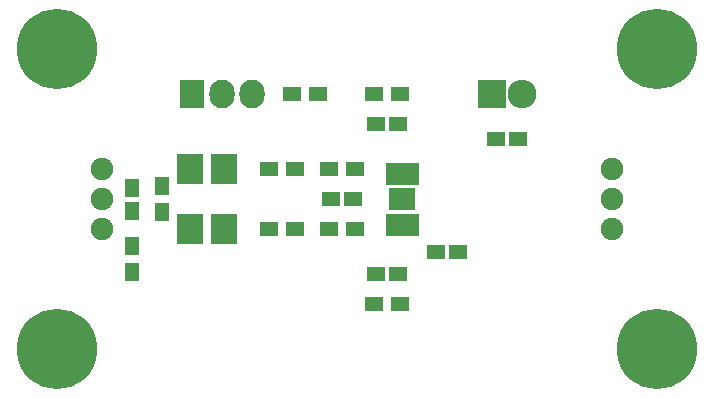
<source format=gbr>
G04 #@! TF.FileFunction,Soldermask,Top*
%FSLAX46Y46*%
G04 Gerber Fmt 4.6, Leading zero omitted, Abs format (unit mm)*
G04 Created by KiCad (PCBNEW 4.0.5) date 12/26/17 14:51:36*
%MOMM*%
%LPD*%
G01*
G04 APERTURE LIST*
%ADD10C,0.100000*%
%ADD11R,1.150000X1.600000*%
%ADD12R,2.200000X2.630000*%
%ADD13R,1.600000X1.150000*%
%ADD14R,2.432000X2.432000*%
%ADD15O,2.432000X2.432000*%
%ADD16R,2.127200X2.432000*%
%ADD17O,2.127200X2.432000*%
%ADD18R,1.300000X1.600000*%
%ADD19R,1.600000X1.300000*%
%ADD20R,0.831800X1.822400*%
%ADD21R,2.279600X1.974800*%
%ADD22C,6.800000*%
%ADD23C,1.900000*%
G04 APERTURE END LIST*
D10*
D11*
X143510000Y-75250000D03*
X143510000Y-77150000D03*
D12*
X148400000Y-73660000D03*
X151320000Y-73660000D03*
X148400000Y-78740000D03*
X151320000Y-78740000D03*
D13*
X160340000Y-76200000D03*
X162240000Y-76200000D03*
X166050000Y-69850000D03*
X164150000Y-69850000D03*
X166050000Y-82550000D03*
X164150000Y-82550000D03*
X176210000Y-71120000D03*
X174310000Y-71120000D03*
X169230000Y-80645000D03*
X171130000Y-80645000D03*
D14*
X173990000Y-67310000D03*
D15*
X176530000Y-67310000D03*
D16*
X148590000Y-67310000D03*
D17*
X151130000Y-67310000D03*
X153670000Y-67310000D03*
D18*
X146050000Y-77300000D03*
X146050000Y-75100000D03*
X143510000Y-82380000D03*
X143510000Y-80180000D03*
D19*
X157310000Y-73660000D03*
X155110000Y-73660000D03*
X157310000Y-78740000D03*
X155110000Y-78740000D03*
X162390000Y-73660000D03*
X160190000Y-73660000D03*
X162390000Y-78740000D03*
X160190000Y-78740000D03*
X166200000Y-67310000D03*
X164000000Y-67310000D03*
X166200000Y-85090000D03*
X164000000Y-85090000D03*
X157015000Y-67310000D03*
X159215000Y-67310000D03*
D20*
X165404800Y-78384400D03*
X166039800Y-78384400D03*
X166700200Y-78384400D03*
X167335200Y-78384400D03*
X167335200Y-74015600D03*
X166700200Y-74015600D03*
X166039800Y-74015600D03*
X165404800Y-74015600D03*
D21*
X166370000Y-76200000D03*
D22*
X137160000Y-63500000D03*
X187960000Y-63500000D03*
X137160000Y-88900000D03*
X187960000Y-88900000D03*
D23*
X140970000Y-73660000D03*
X140970000Y-76200000D03*
X140970000Y-78740000D03*
X184150000Y-73660000D03*
X184150000Y-76200000D03*
X184150000Y-78740000D03*
M02*

</source>
